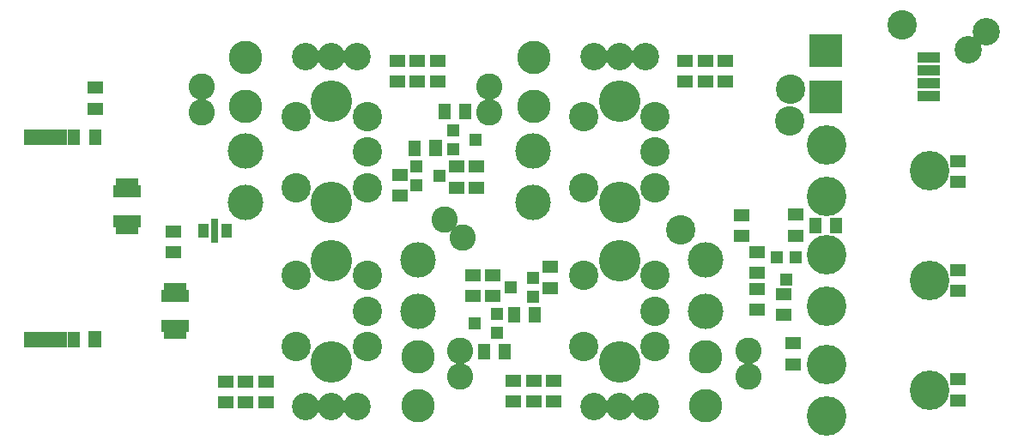
<source format=gbr>
%FSLAX34Y34*%
%MOMM*%
%LNSOLDERMASK_BOTTOM*%
G71*
G01*
%ADD10R,1.600X1.300*%
%ADD11R,1.300X1.300*%
%ADD12R,1.300X1.600*%
%ADD13C,3.300*%
%ADD14C,3.500*%
%ADD15C,2.600*%
%ADD16C,4.100*%
%ADD17C,2.900*%
%ADD18R,2.200X1.700*%
%ADD19R,2.800X1.300*%
%ADD20R,4.200X1.600*%
%ADD21R,1.100X1.400*%
%ADD22R,0.800X2.400*%
%ADD23C,2.700*%
%ADD24R,2.200X1.100*%
%ADD25C,2.900*%
%ADD26C,3.900*%
%ADD27R,3.200X3.200*%
%LPD*%
X374322Y-188773D02*
G54D10*
D03*
X374322Y-209373D02*
G54D10*
D03*
X390918Y-180136D02*
G54D11*
D03*
X390918Y-199136D02*
G54D11*
D03*
X413118Y-189636D02*
G54D11*
D03*
X426676Y-144389D02*
G54D11*
D03*
X426676Y-163389D02*
G54D11*
D03*
X448876Y-153889D02*
G54D11*
D03*
X389152Y-162289D02*
G54D12*
D03*
G36*
X403252Y-154289D02*
X416252Y-154289D01*
X416253Y-170289D01*
X403253Y-170289D01*
X403252Y-154289D01*
G37*
X430772Y-180598D02*
G54D10*
D03*
X430772Y-201198D02*
G54D10*
D03*
X449872Y-180598D02*
G54D10*
D03*
X449872Y-201198D02*
G54D10*
D03*
X418504Y-126308D02*
G54D12*
D03*
X439104Y-126308D02*
G54D12*
D03*
X506150Y-72550D02*
G54D13*
D03*
X506150Y-120950D02*
G54D13*
D03*
X505800Y-165300D02*
G54D14*
D03*
X505800Y-216100D02*
G54D14*
D03*
X462700Y-126700D02*
G54D15*
D03*
X462700Y-101300D02*
G54D15*
D03*
X307000Y-116000D02*
G54D16*
D03*
X307000Y-216000D02*
G54D16*
D03*
X342000Y-131000D02*
G54D17*
D03*
X272000Y-131000D02*
G54D17*
D03*
X342000Y-166000D02*
G54D17*
D03*
X272000Y-201000D02*
G54D17*
D03*
X342000Y-201000D02*
G54D17*
D03*
X222150Y-72550D02*
G54D13*
D03*
X222150Y-120950D02*
G54D13*
D03*
X221800Y-165300D02*
G54D14*
D03*
X221800Y-216100D02*
G54D14*
D03*
X371553Y-75953D02*
G54D10*
D03*
X371553Y-96553D02*
G54D10*
D03*
X391553Y-75953D02*
G54D10*
D03*
X391553Y-96553D02*
G54D10*
D03*
X411553Y-75953D02*
G54D10*
D03*
X411553Y-96553D02*
G54D10*
D03*
X178700Y-126700D02*
G54D15*
D03*
X178700Y-101300D02*
G54D15*
D03*
X73626Y-102503D02*
G54D10*
D03*
X73626Y-123103D02*
G54D10*
D03*
X53059Y-150994D02*
G54D12*
D03*
X73659Y-150994D02*
G54D12*
D03*
X105000Y-200799D02*
G54D18*
D03*
X105000Y-238299D02*
G54D18*
D03*
X105001Y-204999D02*
G54D19*
D03*
X105001Y-233999D02*
G54D19*
D03*
X151271Y-244248D02*
G54D10*
D03*
X151271Y-264848D02*
G54D10*
D03*
X25000Y-151000D02*
G54D20*
D03*
X73626Y-123103D02*
G54D10*
D03*
X180196Y-244050D02*
G54D21*
D03*
X203196Y-244050D02*
G54D21*
D03*
X191696Y-244050D02*
G54D22*
D03*
X655553Y-75953D02*
G54D10*
D03*
X655553Y-96553D02*
G54D10*
D03*
X675553Y-75953D02*
G54D10*
D03*
X675553Y-96553D02*
G54D10*
D03*
X695553Y-75953D02*
G54D10*
D03*
X695553Y-96553D02*
G54D10*
D03*
X391850Y-416450D02*
G54D13*
D03*
X391850Y-368050D02*
G54D13*
D03*
X392200Y-272900D02*
G54D14*
D03*
X392200Y-323700D02*
G54D14*
D03*
X242448Y-412947D02*
G54D10*
D03*
X242448Y-392347D02*
G54D10*
D03*
X222448Y-412947D02*
G54D10*
D03*
X222448Y-392347D02*
G54D10*
D03*
X202448Y-412947D02*
G54D10*
D03*
X202448Y-392347D02*
G54D10*
D03*
X52961Y-351023D02*
G54D12*
D03*
G36*
X67060Y-343023D02*
X80060Y-343023D01*
X80061Y-359023D01*
X67061Y-359023D01*
X67060Y-343023D01*
G37*
X25000Y-351000D02*
G54D20*
D03*
X153001Y-341499D02*
G54D18*
D03*
X153000Y-303999D02*
G54D18*
D03*
X153000Y-337299D02*
G54D19*
D03*
X153000Y-308299D02*
G54D19*
D03*
X934720Y-65180D02*
G54D23*
D03*
X952680Y-47220D02*
G54D23*
D03*
X436468Y-250468D02*
G54D15*
D03*
X418507Y-232507D02*
G54D15*
D03*
X895762Y-72813D02*
G54D24*
D03*
X895762Y-85513D02*
G54D24*
D03*
X895762Y-98213D02*
G54D24*
D03*
X895762Y-110913D02*
G54D24*
D03*
X869412Y-40569D02*
G54D25*
D03*
X759426Y-104069D02*
G54D25*
D03*
X616380Y-71723D02*
G54D23*
D03*
X590980Y-71723D02*
G54D23*
D03*
X565580Y-71723D02*
G54D23*
D03*
X332380Y-71723D02*
G54D23*
D03*
X306980Y-71723D02*
G54D23*
D03*
X281580Y-71723D02*
G54D23*
D03*
X281620Y-417277D02*
G54D23*
D03*
X307020Y-417277D02*
G54D23*
D03*
X332420Y-417277D02*
G54D23*
D03*
X526408Y-412210D02*
G54D10*
D03*
X526408Y-391610D02*
G54D10*
D03*
X506408Y-412210D02*
G54D10*
D03*
X506408Y-391610D02*
G54D10*
D03*
X486408Y-412210D02*
G54D10*
D03*
X486408Y-391610D02*
G54D10*
D03*
X522279Y-300227D02*
G54D10*
D03*
X522279Y-279627D02*
G54D10*
D03*
X505682Y-308864D02*
G54D11*
D03*
X505682Y-289864D02*
G54D11*
D03*
X483482Y-299364D02*
G54D11*
D03*
X469924Y-344611D02*
G54D11*
D03*
X469924Y-325611D02*
G54D11*
D03*
X447724Y-335111D02*
G54D11*
D03*
X507448Y-326711D02*
G54D12*
D03*
X486848Y-326711D02*
G54D12*
D03*
X465829Y-308402D02*
G54D10*
D03*
X465829Y-287802D02*
G54D10*
D03*
X446729Y-308402D02*
G54D10*
D03*
X446729Y-287802D02*
G54D10*
D03*
X478097Y-362692D02*
G54D12*
D03*
X457497Y-362692D02*
G54D12*
D03*
X433901Y-362300D02*
G54D15*
D03*
X433900Y-387700D02*
G54D15*
D03*
X675850Y-416450D02*
G54D13*
D03*
X675850Y-368050D02*
G54D13*
D03*
X676200Y-272900D02*
G54D14*
D03*
X676200Y-323700D02*
G54D14*
D03*
X565620Y-417277D02*
G54D23*
D03*
X591020Y-417277D02*
G54D23*
D03*
X616420Y-417277D02*
G54D23*
D03*
X717901Y-362300D02*
G54D15*
D03*
X717900Y-387700D02*
G54D15*
D03*
X794937Y-318218D02*
G54D26*
D03*
X794937Y-267418D02*
G54D26*
D03*
X896537Y-292818D02*
G54D26*
D03*
X794937Y-426218D02*
G54D26*
D03*
X794937Y-375418D02*
G54D26*
D03*
X896537Y-400818D02*
G54D26*
D03*
X794937Y-210218D02*
G54D26*
D03*
X794937Y-159418D02*
G54D26*
D03*
X896537Y-184818D02*
G54D26*
D03*
X762248Y-354866D02*
G54D10*
D03*
X762248Y-375466D02*
G54D10*
D03*
X745919Y-269729D02*
G54D11*
D03*
X764919Y-269729D02*
G54D11*
D03*
X755419Y-291929D02*
G54D11*
D03*
X753341Y-306370D02*
G54D10*
D03*
X753341Y-326970D02*
G54D10*
D03*
X764606Y-227888D02*
G54D10*
D03*
X764606Y-248488D02*
G54D10*
D03*
X804753Y-238334D02*
G54D12*
D03*
X784153Y-238334D02*
G54D12*
D03*
X727118Y-321509D02*
G54D10*
D03*
X727118Y-300909D02*
G54D10*
D03*
X726991Y-285058D02*
G54D10*
D03*
X726991Y-264458D02*
G54D10*
D03*
X711245Y-248641D02*
G54D10*
D03*
X711245Y-228041D02*
G54D10*
D03*
X924536Y-411018D02*
G54D10*
D03*
X924537Y-390418D02*
G54D10*
D03*
X924753Y-303147D02*
G54D10*
D03*
X924753Y-282547D02*
G54D10*
D03*
X924953Y-195347D02*
G54D10*
D03*
X924953Y-174747D02*
G54D10*
D03*
X794453Y-111232D02*
G54D27*
D03*
X794453Y-66232D02*
G54D27*
D03*
X759281Y-135458D02*
G54D25*
D03*
X651518Y-243220D02*
G54D25*
D03*
X591000Y-116000D02*
G54D16*
D03*
X591000Y-216000D02*
G54D16*
D03*
X626000Y-131000D02*
G54D17*
D03*
X556000Y-131000D02*
G54D17*
D03*
X626000Y-166000D02*
G54D17*
D03*
X556000Y-201000D02*
G54D17*
D03*
X626000Y-201000D02*
G54D17*
D03*
X591000Y-273000D02*
G54D16*
D03*
X591000Y-373000D02*
G54D16*
D03*
X626000Y-288000D02*
G54D17*
D03*
X556000Y-288000D02*
G54D17*
D03*
X626000Y-323000D02*
G54D17*
D03*
X556000Y-358000D02*
G54D17*
D03*
X626000Y-358000D02*
G54D17*
D03*
X307000Y-273000D02*
G54D16*
D03*
X307000Y-373000D02*
G54D16*
D03*
X342000Y-288000D02*
G54D17*
D03*
X272000Y-288000D02*
G54D17*
D03*
X342000Y-323000D02*
G54D17*
D03*
X272000Y-358000D02*
G54D17*
D03*
X342000Y-358000D02*
G54D17*
D03*
M02*

</source>
